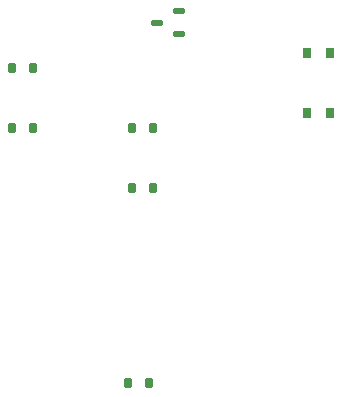
<source format=gtp>
G04 #@! TF.GenerationSoftware,KiCad,Pcbnew,6.0.1-79c1e3a40b~116~ubuntu20.04.1*
G04 #@! TF.CreationDate,2022-02-01T23:26:21-08:00*
G04 #@! TF.ProjectId,Laser_Tag,4c617365-725f-4546-9167-2e6b69636164,2-1-22*
G04 #@! TF.SameCoordinates,Original*
G04 #@! TF.FileFunction,Paste,Top*
G04 #@! TF.FilePolarity,Positive*
%FSLAX46Y46*%
G04 Gerber Fmt 4.6, Leading zero omitted, Abs format (unit mm)*
G04 Created by KiCad (PCBNEW 6.0.1-79c1e3a40b~116~ubuntu20.04.1) date 2022-02-01 23:26:21*
%MOMM*%
%LPD*%
G01*
G04 APERTURE LIST*
G04 Aperture macros list*
%AMRoundRect*
0 Rectangle with rounded corners*
0 $1 Rounding radius*
0 $2 $3 $4 $5 $6 $7 $8 $9 X,Y pos of 4 corners*
0 Add a 4 corners polygon primitive as box body*
4,1,4,$2,$3,$4,$5,$6,$7,$8,$9,$2,$3,0*
0 Add four circle primitives for the rounded corners*
1,1,$1+$1,$2,$3*
1,1,$1+$1,$4,$5*
1,1,$1+$1,$6,$7*
1,1,$1+$1,$8,$9*
0 Add four rect primitives between the rounded corners*
20,1,$1+$1,$2,$3,$4,$5,0*
20,1,$1+$1,$4,$5,$6,$7,0*
20,1,$1+$1,$6,$7,$8,$9,0*
20,1,$1+$1,$8,$9,$2,$3,0*%
G04 Aperture macros list end*
%ADD10RoundRect,0.050000X-0.250000X-0.385000X0.250000X-0.385000X0.250000X0.385000X-0.250000X0.385000X0*%
%ADD11RoundRect,0.045000X-0.262500X-0.375000X0.262500X-0.375000X0.262500X0.375000X-0.262500X0.375000X0*%
%ADD12RoundRect,0.045000X0.262500X0.375000X-0.262500X0.375000X-0.262500X-0.375000X0.262500X-0.375000X0*%
%ADD13RoundRect,0.000000X0.442500X0.180000X-0.442500X0.180000X-0.442500X-0.180000X0.442500X-0.180000X0*%
G04 APERTURE END LIST*
D10*
X129860000Y-95250000D03*
X131760000Y-95250000D03*
D11*
X104855000Y-91440000D03*
X106680000Y-91440000D03*
D12*
X116840000Y-101600000D03*
X115015000Y-101600000D03*
D13*
X119047500Y-88580000D03*
X119047500Y-86680000D03*
X117172500Y-87630000D03*
D10*
X129860000Y-90170000D03*
X131760000Y-90170000D03*
D12*
X116482500Y-118110000D03*
X114657500Y-118110000D03*
X106680000Y-96520000D03*
X104855000Y-96520000D03*
X116840000Y-96520000D03*
X115015000Y-96520000D03*
M02*

</source>
